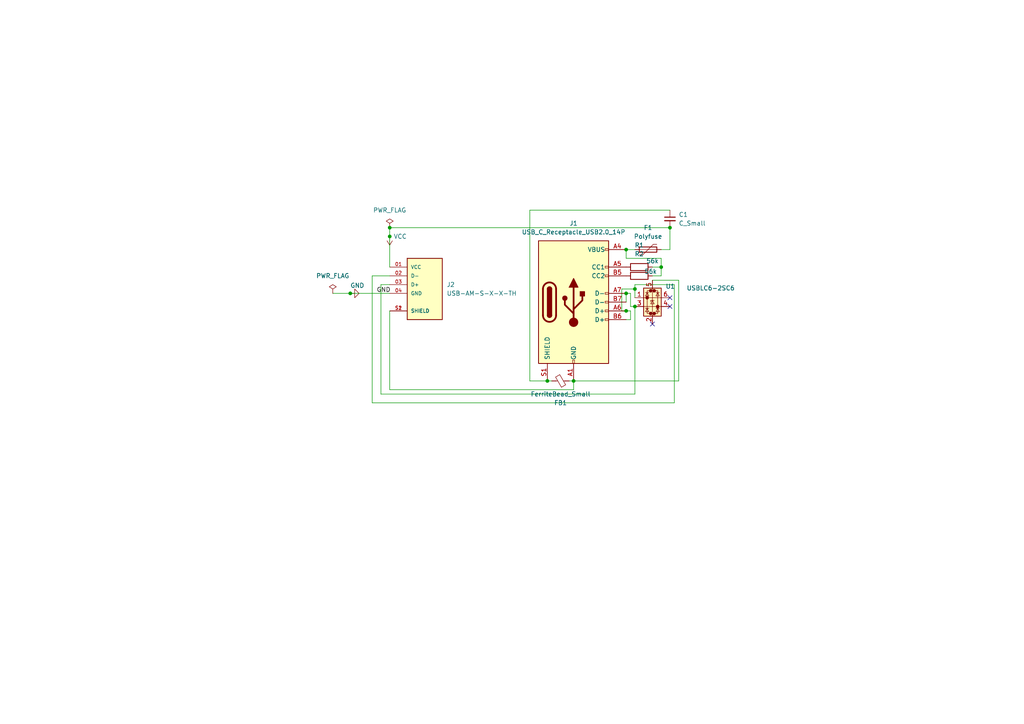
<source format=kicad_sch>
(kicad_sch (version 20250114) (generator "eeschema") (generator_version "9.0")
  (paper "A4")
  (title_block (title "USB-C to USB-A Adapter") (date "2025-08-04") (rev "TheusHen"))
  (lib_symbols
    (symbol "Connector:USB_C_Receptacle_USB2.0_14P" (pin_names (offset 1.016))
      (property "Reference" "J" (at 0 22.225 0))
      (property "Value" "USB_C_Receptacle_USB2.0_14P" (at 0 19.685 0))
      (symbol "USB_C_Receptacle_USB2.0_14P_0_0"
        (rectangle (start -0.254 -17.78) (end 0.254 -16.764))
        (rectangle (start 10.16 15.494) (end 9.144 14.986))
        (rectangle (start 10.16 10.414) (end 9.144 9.906))
        (rectangle (start 10.16 7.874) (end 9.144 7.366))
        (rectangle (start 10.16 2.794) (end 9.144 2.286))
        (rectangle (start 10.16 0.254) (end 9.144 -0.254))
        (rectangle (start 10.16 -2.286) (end 9.144 -2.794))
        (rectangle (start 10.16 -4.826) (end 9.144 -5.334))
      )
      (symbol "USB_C_Receptacle_USB2.0_14P_0_1"
        (rectangle (start -10.16 17.78) (end 10.16 -17.78) (stroke (width 0.254)) (fill (type background)))
        (polyline (pts (xy -8.89 -3.81) (xy -8.89 3.81)) (stroke (width 0.508)))
        (rectangle (start -7.62 -3.81) (end -6.35 3.81) (stroke (width 0.254)) (fill (type outline)))
        (arc (start -7.62 3.81) (mid -6.985 4.4423) (end -6.35 3.81) (stroke (width 0.254)))
        (arc (start -7.62 3.81) (mid -6.985 4.4423) (end -6.35 3.81) (stroke (width 0.254)) (fill (type outline)))
        (arc (start -8.89 3.81) (mid -6.985 5.7067) (end -5.08 3.81) (stroke (width 0.508)))
        (arc (start -5.08 -3.81) (mid -6.985 -5.7067) (end -8.89 -3.81) (stroke (width 0.508)))
        (arc (start -6.35 -3.81) (mid -6.985 -4.4423) (end -7.62 -3.81) (stroke (width 0.254)))
        (arc (start -6.35 -3.81) (mid -6.985 -4.4423) (end -7.62 -3.81) (stroke (width 0.254)) (fill (type outline)))
        (polyline (pts (xy -5.08 3.81) (xy -5.08 -3.81)) (stroke (width 0.508)))
        (circle (center -2.54 1.143) (radius 0.635) (stroke (width 0.254)) (fill (type outline)))
        (polyline (pts (xy -1.27 4.318) (xy 0 6.858) (xy 1.27 4.318) (xy -1.27 4.318)) (stroke (width 0.254)) (fill (type outline)))
        (polyline (pts (xy 0 -2.032) (xy 2.54 0.508) (xy 2.54 1.778)) (stroke (width 0.508)))
        (polyline (pts (xy 0 -3.302) (xy -2.54 -0.762) (xy -2.54 0.508)) (stroke (width 0.508)))
        (polyline (pts (xy 0 -5.842) (xy 0 4.318)) (stroke (width 0.508)))
        (circle (center 0 -5.842) (radius 1.27) (fill (type outline)))
        (rectangle (start 1.905 1.778) (end 3.175 3.048) (stroke (width 0.254)) (fill (type outline)))
      )
      (symbol "USB_C_Receptacle_USB2.0_14P_1_1"
        (pin passive line (at -7.62 -22.86 90) (length 5.08) (name "SHIELD") (number "S1"))
        (pin passive line (at 0 -22.86 90) (length 5.08) (name "GND") (number "A1"))
        (pin passive line (at 0 -22.86 90) (length 5.08) (hide yes) (name "GND") (number "A12"))
        (pin passive line (at 0 -22.86 90) (length 5.08) (hide yes) (name "GND") (number "B1"))
        (pin passive line (at 0 -22.86 90) (length 5.08) (hide yes) (name "GND") (number "B12"))
        (pin passive line (at 15.24 15.24 180) (length 5.08) (name "VBUS") (number "A4"))
        (pin passive line (at 15.24 15.24 180) (length 5.08) (hide yes) (name "VBUS") (number "A9"))
        (pin passive line (at 15.24 15.24 180) (length 5.08) (hide yes) (name "VBUS") (number "B4"))
        (pin passive line (at 15.24 15.24 180) (length 5.08) (hide yes) (name "VBUS") (number "B9"))
        (pin bidirectional line (at 15.24 10.16 180) (length 5.08) (name "CC1") (number "A5"))
        (pin bidirectional line (at 15.24 7.62 180) (length 5.08) (name "CC2") (number "B5"))
        (pin bidirectional line (at 15.24 2.54 180) (length 5.08) (name "D-") (number "A7"))
        (pin bidirectional line (at 15.24 0 180) (length 5.08) (name "D-") (number "B7"))
        (pin bidirectional line (at 15.24 -2.54 180) (length 5.08) (name "D+") (number "A6"))
        (pin bidirectional line (at 15.24 -5.08 180) (length 5.08) (name "D+") (number "B6"))
      )
    )
    (symbol "Device:C_Small" (pin_numbers (hide yes)) (pin_names (offset 0.254) (hide yes))
      (property "Reference" "C" (at 0.254 1.778 0))
      (property "Value" "C_Small" (at 0.254 -2.032 0))
      (symbol "C_Small_0_1"
        (polyline (pts (xy -1.524 0.508) (xy 1.524 0.508)) (stroke (width 0.3048)))
        (polyline (pts (xy -1.524 -0.508) (xy 1.524 -0.508)) (stroke (width 0.3302)))
      )
      (symbol "C_Small_1_1"
        (pin passive line (at 0 2.54 270) (length 2.032) (name "~") (number "1"))
        (pin passive line (at 0 -2.54 90) (length 2.032) (name "~") (number "2"))
      )
    )
    (symbol "Device:FerriteBead_Small" (pin_numbers (hide yes)) (pin_names (offset 0))
      (property "Reference" "FB" (at 1.905 1.27 0))
      (property "Value" "FerriteBead_Small" (at 1.905 -1.27 0))
      (symbol "FerriteBead_Small_0_1"
        (polyline (pts (xy -1.8288 0.2794) (xy -1.1176 1.4986) (xy 1.8288 -0.2032) (xy 1.1176 -1.4224) (xy -1.8288 0.2794)))
        (polyline (pts (xy 0 0.889) (xy 0 1.2954)))
        (polyline (pts (xy 0 -1.27) (xy 0 -0.7874)))
      )
      (symbol "FerriteBead_Small_1_1"
        (pin passive line (at 0 2.54 270) (length 1.27) (name "~") (number "1"))
        (pin passive line (at 0 -2.54 90) (length 1.27) (name "~") (number "2"))
      )
    )
    (symbol "Device:Polyfuse" (pin_numbers (hide yes)) (pin_names (offset 0))
      (property "Reference" "F" (at -2.54 0 90))
      (property "Value" "Polyfuse" (at 2.54 0 90))
      (symbol "Polyfuse_0_1"
        (polyline (pts (xy -1.524 2.54) (xy -1.524 1.524) (xy 1.524 -1.524) (xy 1.524 -2.54)))
        (rectangle (start -0.762 2.54) (end 0.762 -2.54) (stroke (width 0.254)))
        (polyline (pts (xy 0 2.54) (xy 0 -2.54)))
      )
      (symbol "Polyfuse_1_1"
        (pin passive line (at 0 3.81 270) (length 1.27) (name "~") (number "1"))
        (pin passive line (at 0 -3.81 90) (length 1.27) (name "~") (number "2"))
      )
    )
    (symbol "Device:R" (pin_numbers (hide yes)) (pin_names (offset 0))
      (property "Reference" "R" (at 2.032 0 90))
      (property "Value" "R" (at 0 0 90))
      (symbol "R_0_1"
        (rectangle (start -1.016 -2.54) (end 1.016 2.54) (stroke (width 0.254)))
      )
      (symbol "R_1_1"
        (pin passive line (at 0 3.81 270) (length 1.27) (name "~") (number "1"))
        (pin passive line (at 0 -3.81 90) (length 1.27) (name "~") (number "2"))
      )
    )
    (symbol "Power_Protection:USBLC6-2SC6" (pin_names (hide yes))
      (property "Reference" "U" (at 0.635 5.715 0))
      (property "Value" "USBLC6-2SC6" (at 0.635 3.81 0))
      (symbol "USBLC6-2SC6_0_0"
        (circle (center -1.524 0) (radius 0.0001) (stroke (width 0.508)))
        (circle (center -0.508 2.032) (radius 0.0001) (stroke (width 0.508)))
        (circle (center -0.508 -4.572) (radius 0.0001) (stroke (width 0.508)))
        (circle (center 0.508 2.032) (radius 0.0001) (stroke (width 0.508)))
        (circle (center 0.508 -4.572) (radius 0.0001) (stroke (width 0.508)))
        (circle (center 1.524 -2.54) (radius 0.0001) (stroke (width 0.508)))
      )
      (symbol "USBLC6-2SC6_0_1"
        (polyline (pts (xy -2.54 0) (xy 2.54 0)))
        (polyline (pts (xy -2.54 -2.54) (xy 2.54 -2.54)))
        (polyline (pts (xy -2.032 0.508) (xy -1.016 0.508) (xy -1.524 1.524) (xy -2.032 0.508)))
        (polyline (pts (xy -2.032 -3.048) (xy -1.016 -3.048)))
        (polyline (pts (xy -1.016 1.524) (xy -2.032 1.524)))
        (polyline (pts (xy -1.016 -4.064) (xy -2.032 -4.064) (xy -1.524 -3.048) (xy -1.016 -4.064)))
        (polyline (pts (xy -0.508 -1.143) (xy -0.508 -0.762) (xy 0.508 -0.762)))
        (polyline (pts (xy 0 2.54) (xy -0.508 2.032) (xy 0.508 2.032) (xy 0 1.524) (xy 0 -4.064) (xy -0.508 -4.572) (xy 0.508 -4.572) (xy 0 -5.08)))
        (polyline (pts (xy 0.508 -1.778) (xy -0.508 -1.778) (xy 0 -0.762) (xy 0.508 -1.778)))
        (polyline (pts (xy 1.016 1.524) (xy 2.032 1.524)))
        (polyline (pts (xy 1.016 -3.048) (xy 2.032 -3.048)))
        (polyline (pts (xy 2.032 0.508) (xy 1.016 0.508) (xy 1.524 1.524) (xy 2.032 0.508)))
        (polyline (pts (xy 2.032 -4.064) (xy 1.016 -4.064) (xy 1.524 -3.048) (xy 2.032 -4.064)))
      )
      (symbol "USBLC6-2SC6_1_1"
        (rectangle (start -2.54 2.794) (end 2.54 -5.334) (stroke (width 0.254)) (fill (type background)))
        (polyline (pts (xy -0.508 2.032) (xy -1.524 2.032) (xy -1.524 -4.572) (xy -0.508 -4.572)))
        (polyline (pts (xy 0.508 -4.572) (xy 1.524 -4.572) (xy 1.524 2.032) (xy 0.508 2.032)))
        (pin passive line (at -5.08 0 0) (length 2.54) (name "I/O1") (number "1"))
        (pin passive line (at -5.08 -2.54 0) (length 2.54) (name "I/O2") (number "3"))
        (pin passive line (at 0 5.08 270) (length 2.54) (name "VBUS") (number "5"))
        (pin passive line (at 0 -7.62 90) (length 2.54) (name "GND") (number "2"))
        (pin passive line (at 5.08 0 180) (length 2.54) (name "I/O1") (number "6"))
        (pin passive line (at 5.08 -2.54 180) (length 2.54) (name "I/O2") (number "4"))
      )
    )
    (symbol "USB-AM-S-X-X-TH:USB-AM-S-X-X-TH" (pin_names (offset 1.016))
      (property "Reference" "J" (at -5.08 8.89 0))
      (property "Value" "USB-AM-S-X-X-TH" (at -5.08 -12.7 0))
      (symbol "USB-AM-S-X-X-TH_0_0"
        (rectangle (start -5.08 -10.16) (end 5.08 7.62) (stroke (width 0.254)) (fill (type background)))
        (pin power_in line (at -10.16 5.08 0) (length 5.08) (name "VCC") (number "01"))
        (pin bidirectional line (at -10.16 2.54 0) (length 5.08) (name "D-") (number "02"))
        (pin bidirectional line (at -10.16 0 0) (length 5.08) (name "D+") (number "03"))
        (pin power_in line (at -10.16 -2.54 0) (length 5.08) (name "GND") (number "04"))
        (pin passive line (at -10.16 -7.62 0) (length 5.08) (name "SHIELD") (number "S1"))
        (pin passive line (at -10.16 -7.62 0) (length 5.08) (name "SHIELD") (number "S2"))
      )
    )
    (symbol "power:GND" (power) (pin_numbers (hide yes)) (pin_names (offset 0) (hide yes))
      (property "Value" "GND" (at 0 -3.81 0))
      (symbol "GND_0_1"
        (polyline (pts (xy 0 0) (xy 0 -1.27) (xy 1.27 -1.27) (xy 0 -2.54) (xy -1.27 -1.27) (xy 0 -1.27)))
      )
      (symbol "GND_1_1"
        (pin power_in line (at 0 0 270) (length 0) (name "~") (number "1"))
      )
    )
    (symbol "power:PWR_FLAG" (power) (pin_numbers (hide yes)) (pin_names (offset 0) (hide yes))
      (property "Value" "PWR_FLAG" (at 0 3.81 0))
      (symbol "PWR_FLAG_0_0"
        (pin power_out line (at 0 0 90) (length 0) (name "~") (number "1"))
      )
      (symbol "PWR_FLAG_0_1"
        (polyline (pts (xy 0 0) (xy 0 1.27) (xy -1.016 1.905) (xy 0 2.54) (xy 1.016 1.905) (xy 0 1.27)))
      )
    )
    (symbol "power:VCC" (power) (pin_numbers (hide yes)) (pin_names (offset 0) (hide yes))
      (property "Value" "VCC" (at 0 3.556 0))
      (symbol "VCC_0_1"
        (polyline (pts (xy -0.762 1.27) (xy 0 2.54)))
        (polyline (pts (xy 0 2.54) (xy 0.762 1.27)))
        (polyline (pts (xy 0 0) (xy 0 2.54)))
      )
      (symbol "VCC_1_1"
        (pin power_in line (at 0 0 90) (length 0) (name "~") (number "1"))
      )
    )
  )
  (junction (at 191.77 77.47))
  (junction (at 166.37 110.49))
  (junction (at 181.61 72.39))
  (junction (at 184.15 83.82))
  (junction (at 181.61 85.09))
  (junction (at 113.03 68.58))
  (junction (at 181.61 90.17))
  (junction (at 194.31 66.04))
  (junction (at 101.6 85.09))
  (junction (at 184.15 88.9))
  (junction (at 113.03 66.04))
  (junction (at 158.75 110.49))
  (no_connect (at 189.23 93.98))
  (no_connect (at 194.31 88.9))
  (no_connect (at 194.31 86.36))
  (wire (pts (xy 184.15 83.82) (xy 184.15 86.36)))
  (wire (pts (xy 195.58 116.84) (xy 107.95 116.84)))
  (wire (pts (xy 189.23 80.01) (xy 191.77 80.01)))
  (wire (pts (xy 184.15 88.9) (xy 184.15 114.3)))
  (wire (pts (xy 110.49 82.55) (xy 110.49 114.3)))
  (wire (pts (xy 182.88 85.09) (xy 182.88 88.9)))
  (wire (pts (xy 182.88 92.71) (xy 181.61 92.71)))
  (wire (pts (xy 153.67 110.49) (xy 158.75 110.49)))
  (wire (pts (xy 182.88 88.9) (xy 184.15 88.9)))
  (wire (pts (xy 113.03 90.17) (xy 113.03 113.03)))
  (wire (pts (xy 189.23 81.28) (xy 196.85 81.28)))
  (wire (pts (xy 166.37 113.03) (xy 113.03 113.03)))
  (wire (pts (xy 166.37 110.49) (xy 166.37 113.03)))
  (wire (pts (xy 196.85 81.28) (xy 196.85 110.49)))
  (wire (pts (xy 182.88 92.71) (xy 182.88 90.17)))
  (wire (pts (xy 194.31 72.39) (xy 194.31 66.04)))
  (wire (pts (xy 158.75 110.49) (xy 160.02 110.49)))
  (wire (pts (xy 194.31 60.96) (xy 153.67 60.96)))
  (wire (pts (xy 195.58 82.55) (xy 195.58 116.84)))
  (wire (pts (xy 96.52 85.09) (xy 101.6 85.09)))
  (wire (pts (xy 165.1 110.49) (xy 166.37 110.49)))
  (wire (pts (xy 184.15 114.3) (xy 110.49 114.3)))
  (wire (pts (xy 181.61 90.17) (xy 180.34 90.17)))
  (wire (pts (xy 191.77 77.47) (xy 191.77 74.93)))
  (wire (pts (xy 189.23 77.47) (xy 191.77 77.47)))
  (wire (pts (xy 113.03 66.04) (xy 113.03 68.58)))
  (wire (pts (xy 181.61 85.09) (xy 181.61 87.63)))
  (wire (pts (xy 191.77 72.39) (xy 194.31 72.39)))
  (wire (pts (xy 110.49 82.55) (xy 113.03 82.55)))
  (wire (pts (xy 191.77 77.47) (xy 191.77 80.01)))
  (wire (pts (xy 196.85 110.49) (xy 166.37 110.49)))
  (wire (pts (xy 184.15 82.55) (xy 184.15 83.82)))
  (wire (pts (xy 113.03 68.58) (xy 113.03 77.47)))
  (wire (pts (xy 184.15 82.55) (xy 195.58 82.55)))
  (wire (pts (xy 153.67 60.96) (xy 153.67 110.49)))
  (wire (pts (xy 191.77 74.93) (xy 181.61 74.93)))
  (wire (pts (xy 181.61 85.09) (xy 182.88 85.09)))
  (wire (pts (xy 107.95 80.01) (xy 113.03 80.01)))
  (wire (pts (xy 181.61 74.93) (xy 181.61 72.39)))
  (wire (pts (xy 180.34 90.17) (xy 180.34 83.82)))
  (wire (pts (xy 180.34 83.82) (xy 184.15 83.82)))
  (wire (pts (xy 113.03 66.04) (xy 194.31 66.04)))
  (wire (pts (xy 181.61 72.39) (xy 184.15 72.39)))
  (wire (pts (xy 182.88 90.17) (xy 181.61 90.17)))
  (wire (pts (xy 107.95 116.84) (xy 107.95 80.01)))
  (wire (pts (xy 101.6 85.09) (xy 113.03 85.09)))
  (label "GND" (at 109.22 85.09 0))
  (symbol (lib_id "Power_Protection:USBLC6-2SC6") (at 189.23 86.36 0) (unit 1)
    (property "Reference" "U1" (at 193.04 83.058 0) (effects (justify left)))
    (property "Value" "USBLC6-2SC6" (at 199.136 83.566 0) (effects (justify left)))
    (property "Footprint" "Package_TO_SOT_SMD:SOT-23-6" (effects (hide yes)))
    (property "Datasheet" "https://www.st.com/resource/en/datasheet/usblc6-2.pdf" (effects (hide yes)))
    (property "Description" "Very low capacitance ESD protection diode, 2 data-line, SOT-23-6" (effects (hide yes)))
  )
  (symbol (lib_id "USB-AM-S-X-X-TH:USB-AM-S-X-X-TH") (at 123.19 82.55 0) (unit 1)
    (property "Reference" "J2" (at 129.54 82.5499 0) (effects (justify left)))
    (property "Value" "USB-AM-S-X-X-TH" (at 129.54 85.0899 0) (effects (justify left)))
    (property "Footprint" "USB-AM-S-X-X-TH:SAMTEC_USB-AM-S-X-X-TH" (effects (hide yes)))
    (property "MF" "Samtec" (effects (hide yes)))
    (property "MAXIMUM_PACKAGE_HEIGHT" "4.6 mm" (effects (hide yes)))
    (property "Package" "None" (effects (hide yes)))
    (property "Price" "None" (effects (hide yes)))
    (property "Check_prices" "https://www.snapeda.com/parts/USB-AM-S-S-W-TH/Samtec/view-part/?ref=eda" (effects (hide yes)))
    (property "STANDARD" "Manufacturer Recommendations" (effects (hide yes)))
    (property "PARTREV" "U" (effects (hide yes)))
    (property "SnapEDA_Link" "https://www.snapeda.com/parts/USB-AM-S-S-W-TH/Samtec/view-part/?ref=snap" (effects (hide yes)))
    (property "MP" "USB-AM-S-S-W-TH" (effects (hide yes)))
    (property "Description_1" "USB-A (USB TYPE-A) USB 2.0 Plug Connector 4 Position Through Hole, Right Angle" (effects (hide yes)))
    (property "Availability" "In Stock" (effects (hide yes)))
    (property "MANUFACTURER" "Samtec" (effects (hide yes)))
  )
  (symbol (lib_id "power:PWR_FLAG") (at 96.52 85.09 0) (unit 1)
    (property "Reference" "#FLG01" (effects (hide yes)))
    (property "Value" "PWR_FLAG" (at 96.52 80.01 0))
    (property "Description" "Special symbol for telling ERC where power comes from" (effects (hide yes)))
  )
  (symbol (lib_id "power:VCC") (at 113.03 68.58 180) (unit 1)
    (property "Reference" "#PWR02" (effects (hide yes)))
    (property "Value" "VCC" (at 116.078 68.58 0))
    (property "Description" "Power symbol creates a global label with name \"VCC\"" (effects (hide yes)))
  )
  (symbol (lib_id "power:GND") (at 101.6 85.09 90) (unit 1)
    (property "Reference" "#PWR01" (effects (hide yes)))
    (property "Value" "GND" (at 101.6 82.804 90) (effects (justify right)))
    (property "Description" "Power symbol creates a global label with name \"GND\" , ground" (effects (hide yes)))
  )
  (symbol (lib_id "Connector:USB_C_Receptacle_USB2.0_14P") (at 166.37 87.63 0) (unit 1)
    (property "Reference" "J1" (at 166.37 64.77 0))
    (property "Value" "USB_C_Receptacle_USB2.0_14P" (at 166.37 67.31 0))
    (property "Footprint" "Connector_USB:USB_C_Receptacle_HRO_TYPE-C-31-M-12" (effects (hide yes)))
    (property "Datasheet" "https://www.usb.org/sites/default/files/documents/usb_type-c.zip" (effects (hide yes)))
    (property "Description" "USB 2.0-only 14P Type-C Receptacle connector" (effects (hide yes)))
  )
  (symbol (lib_id "Device:FerriteBead_Small") (at 162.56 110.49 270) (mirror x) (unit 1)
    (property "Reference" "FB1" (at 162.5981 116.84 90))
    (property "Value" "FerriteBead_Small" (at 162.5981 114.3 90))
    (property "Footprint" "Ferrite_THT:LairdTech_28C0236-0JW-10" (effects (hide yes)))
    (property "Description" "Ferrite bead, small symbol" (effects (hide yes)))
  )
  (symbol (lib_id "power:PWR_FLAG") (at 113.03 66.04 0) (unit 1)
    (property "Reference" "#FLG02" (effects (hide yes)))
    (property "Value" "PWR_FLAG" (at 113.03 60.96 0))
    (property "Description" "Special symbol for telling ERC where power comes from" (effects (hide yes)))
  )
  (symbol (lib_id "Device:R") (at 185.42 77.47 90) (unit 1)
    (property "Reference" "R1" (at 185.42 71.12 90))
    (property "Value" "56k" (at 189.23 75.692 90))
    (property "Footprint" "Resistor_SMD:R_0603_1608Metric" (effects (hide yes)))
    (property "Description" "Resistor" (effects (hide yes)))
  )
  (symbol (lib_id "Device:Polyfuse") (at 187.96 72.39 270) (unit 1)
    (property "Reference" "F1" (at 187.96 66.04 90))
    (property "Value" "Polyfuse" (at 187.96 68.58 90))
    (property "Footprint" "Fuse:Fuse_Schurter_UMT250" (effects (hide yes)))
    (property "Description" "Resettable fuse, polymeric positive temperature coefficient" (effects (hide yes)))
  )
  (symbol (lib_id "Device:R") (at 185.42 80.01 90) (unit 1)
    (property "Reference" "R2" (at 185.42 73.66 90))
    (property "Value" "56k" (at 188.722 78.74 90))
    (property "Footprint" "Resistor_SMD:R_0603_1608Metric" (effects (hide yes)))
    (property "Description" "Resistor" (effects (hide yes)))
  )
  (symbol (lib_id "Device:C_Small") (at 194.31 63.5 0) (unit 1)
    (property "Reference" "C1" (at 196.85 62.2362 0) (effects (justify left)))
    (property "Value" "C_Small" (at 196.85 64.7762 0) (effects (justify left)))
    (property "Footprint" "Capacitor_SMD:C_0603_1608Metric" (effects (hide yes)))
    (property "Description" "Unpolarized capacitor, small symbol" (effects (hide yes)))
  )
)
</source>
